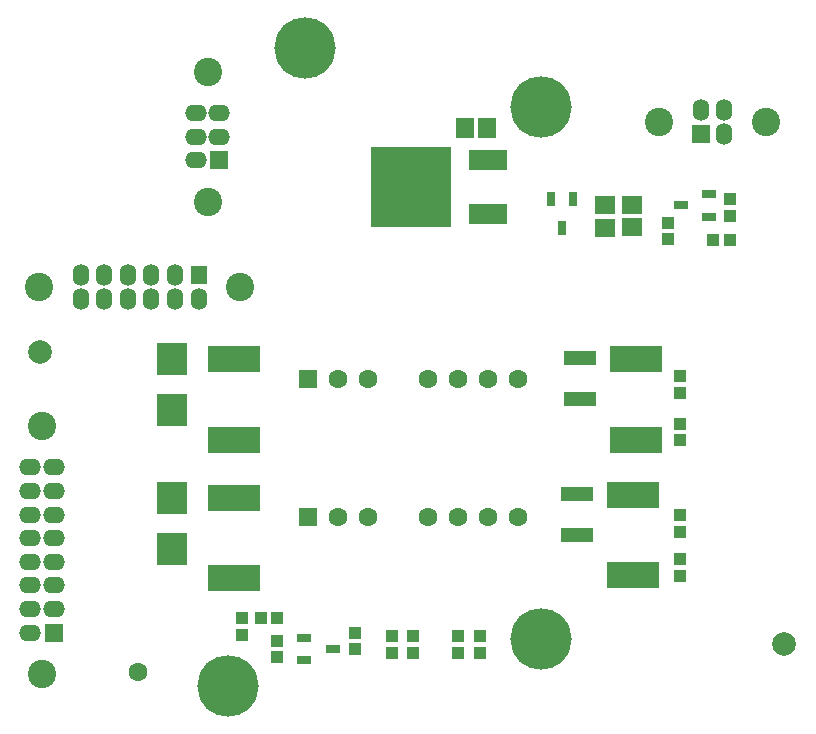
<source format=gts>
G04 Layer_Color=8388736*
%FSLAX44Y44*%
%MOMM*%
G71*
G01*
G75*
%ADD52C,2.0000*%
%ADD53R,4.5000X2.2000*%
%ADD54R,2.5000X2.7000*%
%ADD55R,1.0500X1.0500*%
%ADD56R,1.0500X1.0500*%
%ADD57R,1.2000X0.8000*%
%ADD58R,2.8000X1.3000*%
%ADD59R,1.7000X1.5000*%
%ADD60R,0.8000X1.2000*%
%ADD61R,1.5000X1.7000*%
%ADD62R,6.9000X6.9000*%
%ADD63R,3.2000X1.8000*%
%ADD64C,2.4000*%
%ADD65O,1.4000X1.8500*%
%ADD66R,1.6000X1.6000*%
%ADD67R,1.4000X1.6000*%
%ADD68C,1.6000*%
%ADD69R,1.6000X1.6000*%
%ADD70O,1.8500X1.4000*%
%ADD71C,5.2000*%
D52*
X45333Y318000D02*
D03*
X676000Y70000D02*
D03*
D53*
X210000Y126000D02*
D03*
Y194000D02*
D03*
Y243500D02*
D03*
Y311500D02*
D03*
X547500Y196500D02*
D03*
Y128500D02*
D03*
X550000Y311500D02*
D03*
Y243500D02*
D03*
D54*
X157500Y311500D02*
D03*
Y268500D02*
D03*
Y194000D02*
D03*
Y151000D02*
D03*
D55*
X246581Y73000D02*
D03*
Y59000D02*
D03*
X312500Y80000D02*
D03*
Y66000D02*
D03*
X361600Y77000D02*
D03*
Y63000D02*
D03*
X344100Y77000D02*
D03*
Y63000D02*
D03*
X418000Y63000D02*
D03*
Y77000D02*
D03*
X399500Y77000D02*
D03*
Y63000D02*
D03*
X587500Y142000D02*
D03*
Y128000D02*
D03*
Y179500D02*
D03*
Y165500D02*
D03*
Y257000D02*
D03*
Y243000D02*
D03*
Y297000D02*
D03*
Y283000D02*
D03*
X630000Y433000D02*
D03*
Y447000D02*
D03*
X217081Y92000D02*
D03*
Y78000D02*
D03*
X577500Y413000D02*
D03*
Y427000D02*
D03*
D56*
X232581Y92500D02*
D03*
X246581D02*
D03*
X629500Y412500D02*
D03*
X615500D02*
D03*
D57*
X269581Y75500D02*
D03*
Y56500D02*
D03*
X293581Y66000D02*
D03*
X612058Y432277D02*
D03*
Y451278D02*
D03*
X588058Y441777D02*
D03*
D58*
X500000Y197500D02*
D03*
Y162500D02*
D03*
X502500Y312500D02*
D03*
Y277500D02*
D03*
D59*
X546500Y442122D02*
D03*
Y423122D02*
D03*
X524000Y423022D02*
D03*
Y442022D02*
D03*
D60*
X497000Y447000D02*
D03*
X478000D02*
D03*
X487500Y423000D02*
D03*
D61*
X405500Y507500D02*
D03*
X424500D02*
D03*
D62*
X360000Y457500D02*
D03*
D63*
X425000Y480400D02*
D03*
Y434600D02*
D03*
D64*
X660000Y512500D02*
D03*
X570000D02*
D03*
X215000Y372500D02*
D03*
X45000D02*
D03*
X187500Y445000D02*
D03*
Y555000D02*
D03*
X47500Y45000D02*
D03*
Y255000D02*
D03*
D65*
X625000Y522500D02*
D03*
Y502500D02*
D03*
X605000Y522500D02*
D03*
X100000Y362500D02*
D03*
X80000Y382500D02*
D03*
Y362500D02*
D03*
X180000D02*
D03*
X160000Y382500D02*
D03*
Y362500D02*
D03*
X140000Y382500D02*
D03*
Y362500D02*
D03*
X120000Y382500D02*
D03*
Y362500D02*
D03*
X100000Y382500D02*
D03*
D66*
X605000Y502500D02*
D03*
D67*
X180000Y382500D02*
D03*
D68*
X450300Y177500D02*
D03*
X424900D02*
D03*
X399500D02*
D03*
X374100D02*
D03*
X323300D02*
D03*
X297900D02*
D03*
X450300Y295000D02*
D03*
X424900D02*
D03*
X399500D02*
D03*
X374100D02*
D03*
X323300D02*
D03*
X297900D02*
D03*
X129000Y47000D02*
D03*
D69*
X272500Y177500D02*
D03*
Y295000D02*
D03*
X197500Y480000D02*
D03*
X57500Y80000D02*
D03*
D70*
X177500Y480000D02*
D03*
X197500Y500000D02*
D03*
X177500D02*
D03*
X197500Y520000D02*
D03*
X177500D02*
D03*
X57500Y160000D02*
D03*
X37500Y140000D02*
D03*
X57500D02*
D03*
X37500Y120000D02*
D03*
X57500D02*
D03*
X37500Y100000D02*
D03*
X57500D02*
D03*
X37500Y80000D02*
D03*
Y220000D02*
D03*
X57500D02*
D03*
X37500Y200000D02*
D03*
X57500D02*
D03*
X37500Y180000D02*
D03*
X57500D02*
D03*
X37500Y160000D02*
D03*
D71*
X470000Y75000D02*
D03*
X270000Y575000D02*
D03*
X470000Y525000D02*
D03*
X205000Y35000D02*
D03*
M02*

</source>
